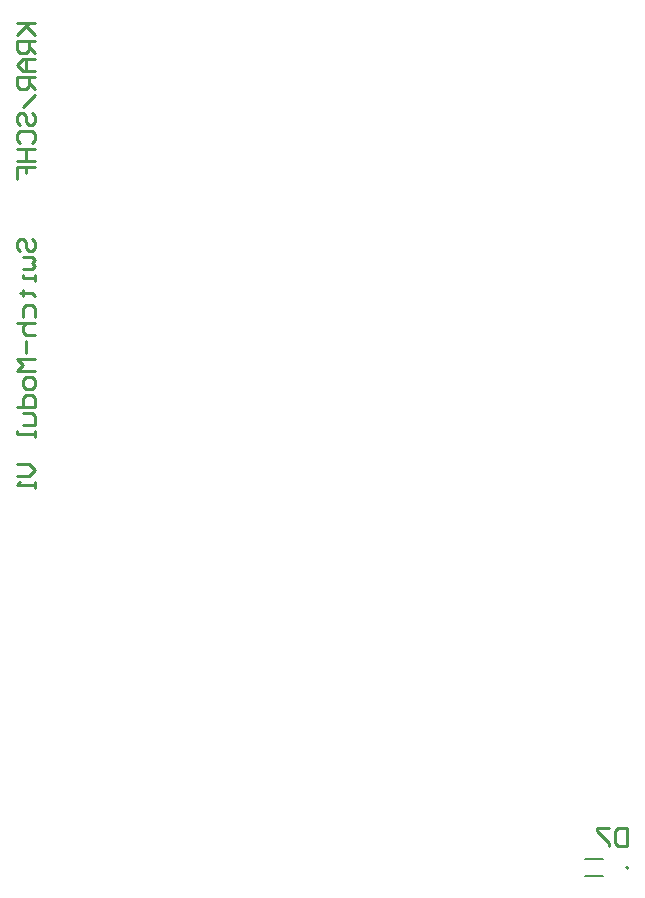
<source format=gbr>
%TF.GenerationSoftware,Altium Limited,Altium Designer,24.0.1 (36)*%
G04 Layer_Color=32896*
%FSLAX45Y45*%
%MOMM*%
%TF.SameCoordinates,95B5C6B2-F670-4A0E-B731-85317CB4A22F*%
%TF.FilePolarity,Positive*%
%TF.FileFunction,Legend,Bot*%
%TF.Part,Single*%
G01*
G75*
%TA.AperFunction,NonConductor*%
%ADD27C,0.25400*%
%ADD46C,0.20000*%
%ADD47C,0.12700*%
D27*
X147249Y8649599D02*
X299600D01*
X248817D01*
X147249Y8548032D01*
X223425Y8624208D01*
X299600Y8548032D01*
Y8497249D02*
X147249D01*
Y8421073D01*
X172641Y8395681D01*
X223425D01*
X248817Y8421073D01*
Y8497249D01*
Y8446465D02*
X299600Y8395681D01*
Y8344898D02*
X198033D01*
X147249Y8294114D01*
X198033Y8243331D01*
X299600D01*
X223425D01*
Y8344898D01*
X299600Y8192547D02*
X147249D01*
Y8116372D01*
X172641Y8090980D01*
X223425D01*
X248817Y8116372D01*
Y8192547D01*
Y8141764D02*
X299600Y8090980D01*
Y8040197D02*
X198033Y7938629D01*
X172641Y7786279D02*
X147249Y7811670D01*
Y7862454D01*
X172641Y7887846D01*
X198033D01*
X223425Y7862454D01*
Y7811670D01*
X248817Y7786279D01*
X274208D01*
X299600Y7811670D01*
Y7862454D01*
X274208Y7887846D01*
X172641Y7633928D02*
X147249Y7659320D01*
Y7710103D01*
X172641Y7735495D01*
X274208D01*
X299600Y7710103D01*
Y7659320D01*
X274208Y7633928D01*
X147249Y7583144D02*
X299600D01*
X223425D01*
Y7481577D01*
X147249D01*
X299600D01*
X147249Y7329226D02*
Y7430794D01*
X223425D01*
Y7380010D01*
Y7430794D01*
X299600D01*
X172641Y6719823D02*
X147249Y6745215D01*
Y6795999D01*
X172641Y6821391D01*
X198033D01*
X223425Y6795999D01*
Y6745215D01*
X248817Y6719823D01*
X274208D01*
X299600Y6745215D01*
Y6795999D01*
X274208Y6821391D01*
X198033Y6669040D02*
X274208D01*
X299600Y6643648D01*
X274208Y6618257D01*
X299600Y6592865D01*
X274208Y6567473D01*
X198033D01*
X299600Y6516689D02*
Y6465906D01*
Y6491297D01*
X198033D01*
Y6516689D01*
X172641Y6364339D02*
X198033D01*
Y6389730D01*
Y6338947D01*
Y6364339D01*
X274208D01*
X299600Y6338947D01*
X198033Y6161204D02*
Y6237380D01*
X223425Y6262772D01*
X274208D01*
X299600Y6237380D01*
Y6161204D01*
X147249Y6110421D02*
X299600D01*
X223425D01*
X198033Y6085029D01*
Y6034245D01*
X223425Y6008854D01*
X299600D01*
X223425Y5958070D02*
Y5856503D01*
X299600Y5805719D02*
X147249D01*
X198033Y5754936D01*
X147249Y5704152D01*
X299600D01*
Y5627977D02*
Y5577193D01*
X274208Y5551801D01*
X223425D01*
X198033Y5577193D01*
Y5627977D01*
X223425Y5653369D01*
X274208D01*
X299600Y5627977D01*
X147249Y5399451D02*
X299600D01*
Y5475626D01*
X274208Y5501018D01*
X223425D01*
X198033Y5475626D01*
Y5399451D01*
Y5348667D02*
X274208D01*
X299600Y5323275D01*
Y5247100D01*
X198033D01*
X299600Y5196317D02*
Y5145533D01*
Y5170925D01*
X147249D01*
Y5196317D01*
Y4917007D02*
X248817D01*
X299600Y4866223D01*
X248817Y4815440D01*
X147249D01*
X299600Y4764656D02*
Y4713873D01*
Y4739264D01*
X147249D01*
X172641Y4764656D01*
X5311140Y1836371D02*
Y1684020D01*
X5234965D01*
X5209573Y1709412D01*
Y1810979D01*
X5234965Y1836371D01*
X5311140D01*
X5158789D02*
X5057222D01*
Y1810979D01*
X5158789Y1709412D01*
Y1684020D01*
D46*
X5325500Y1500000D02*
G03*
X5325500Y1500000I-10000J0D01*
G01*
D47*
X4961000Y1570000D02*
X5111000D01*
X4961000Y1430000D02*
X5111000D01*
%TF.MD5,ff8d61f9dbef39328f3a34345b3d02da*%
M02*

</source>
